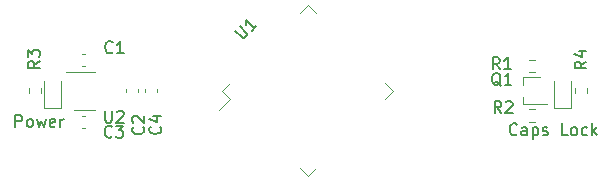
<source format=gbr>
%TF.GenerationSoftware,KiCad,Pcbnew,(5.1.6)-1*%
%TF.CreationDate,2021-05-26T00:29:25+02:00*%
%TF.ProjectId,STMega32,53544d65-6761-4333-922e-6b696361645f,rev?*%
%TF.SameCoordinates,Original*%
%TF.FileFunction,Legend,Top*%
%TF.FilePolarity,Positive*%
%FSLAX46Y46*%
G04 Gerber Fmt 4.6, Leading zero omitted, Abs format (unit mm)*
G04 Created by KiCad (PCBNEW (5.1.6)-1) date 2021-05-26 00:29:25*
%MOMM*%
%LPD*%
G01*
G04 APERTURE LIST*
%ADD10C,0.120000*%
%ADD11C,0.150000*%
G04 APERTURE END LIST*
D10*
%TO.C,C1*%
X130859420Y-97885000D02*
X131140580Y-97885000D01*
X130859420Y-96865000D02*
X131140580Y-96865000D01*
%TO.C,C2*%
X135660000Y-99859420D02*
X135660000Y-100140580D01*
X134640000Y-99859420D02*
X134640000Y-100140580D01*
%TO.C,C3*%
X131140580Y-102115000D02*
X130859420Y-102115000D01*
X131140580Y-103135000D02*
X130859420Y-103135000D01*
%TO.C,C4*%
X137235000Y-99859420D02*
X137235000Y-100140580D01*
X136215000Y-99859420D02*
X136215000Y-100140580D01*
%TO.C,Q1*%
X169680000Y-98840000D02*
X168270000Y-98840000D01*
X168270000Y-101160000D02*
X170300000Y-101160000D01*
X168270000Y-101160000D02*
X168270000Y-100500000D01*
X168270000Y-99500000D02*
X168270000Y-98840000D01*
%TO.C,R1*%
X169237258Y-98422500D02*
X168762742Y-98422500D01*
X169237258Y-97377500D02*
X168762742Y-97377500D01*
%TO.C,R2*%
X169237258Y-101577500D02*
X168762742Y-101577500D01*
X169237258Y-102622500D02*
X168762742Y-102622500D01*
%TO.C,U2*%
X132000000Y-98390000D02*
X129550000Y-98390000D01*
X130200000Y-101610000D02*
X132000000Y-101610000D01*
%TO.C,Power*%
X129135000Y-101485000D02*
X129135000Y-99200000D01*
X127665000Y-101485000D02*
X129135000Y-101485000D01*
X127665000Y-99200000D02*
X127665000Y-101485000D01*
%TO.C,Caps Lock*%
X170840000Y-99200000D02*
X170840000Y-101485000D01*
X170840000Y-101485000D02*
X172310000Y-101485000D01*
X172310000Y-101485000D02*
X172310000Y-99200000D01*
%TO.C,R3*%
X126377500Y-99762742D02*
X126377500Y-100237258D01*
X127422500Y-99762742D02*
X127422500Y-100237258D01*
%TO.C,R4*%
X173647500Y-99762742D02*
X173647500Y-100237258D01*
X172602500Y-99762742D02*
X172602500Y-100237258D01*
%TO.C,U1*%
X143445120Y-100671751D02*
X142497597Y-101619275D01*
X142773369Y-100000000D02*
X143445120Y-100671751D01*
X143445120Y-99328249D02*
X142773369Y-100000000D01*
X150000000Y-92773369D02*
X150671751Y-93445120D01*
X149328249Y-93445120D02*
X150000000Y-92773369D01*
X150000000Y-107226631D02*
X149328249Y-106554880D01*
X150671751Y-106554880D02*
X150000000Y-107226631D01*
X157226631Y-100000000D02*
X156554880Y-99328249D01*
X156554880Y-100671751D02*
X157226631Y-100000000D01*
%TO.C,C1*%
D11*
X133483333Y-96732142D02*
X133435714Y-96779761D01*
X133292857Y-96827380D01*
X133197619Y-96827380D01*
X133054761Y-96779761D01*
X132959523Y-96684523D01*
X132911904Y-96589285D01*
X132864285Y-96398809D01*
X132864285Y-96255952D01*
X132911904Y-96065476D01*
X132959523Y-95970238D01*
X133054761Y-95875000D01*
X133197619Y-95827380D01*
X133292857Y-95827380D01*
X133435714Y-95875000D01*
X133483333Y-95922619D01*
X134435714Y-96827380D02*
X133864285Y-96827380D01*
X134150000Y-96827380D02*
X134150000Y-95827380D01*
X134054761Y-95970238D01*
X133959523Y-96065476D01*
X133864285Y-96113095D01*
%TO.C,C2*%
X136057142Y-103091666D02*
X136104761Y-103139285D01*
X136152380Y-103282142D01*
X136152380Y-103377380D01*
X136104761Y-103520238D01*
X136009523Y-103615476D01*
X135914285Y-103663095D01*
X135723809Y-103710714D01*
X135580952Y-103710714D01*
X135390476Y-103663095D01*
X135295238Y-103615476D01*
X135200000Y-103520238D01*
X135152380Y-103377380D01*
X135152380Y-103282142D01*
X135200000Y-103139285D01*
X135247619Y-103091666D01*
X135247619Y-102710714D02*
X135200000Y-102663095D01*
X135152380Y-102567857D01*
X135152380Y-102329761D01*
X135200000Y-102234523D01*
X135247619Y-102186904D01*
X135342857Y-102139285D01*
X135438095Y-102139285D01*
X135580952Y-102186904D01*
X136152380Y-102758333D01*
X136152380Y-102139285D01*
%TO.C,C3*%
X133433333Y-103882142D02*
X133385714Y-103929761D01*
X133242857Y-103977380D01*
X133147619Y-103977380D01*
X133004761Y-103929761D01*
X132909523Y-103834523D01*
X132861904Y-103739285D01*
X132814285Y-103548809D01*
X132814285Y-103405952D01*
X132861904Y-103215476D01*
X132909523Y-103120238D01*
X133004761Y-103025000D01*
X133147619Y-102977380D01*
X133242857Y-102977380D01*
X133385714Y-103025000D01*
X133433333Y-103072619D01*
X133766666Y-102977380D02*
X134385714Y-102977380D01*
X134052380Y-103358333D01*
X134195238Y-103358333D01*
X134290476Y-103405952D01*
X134338095Y-103453571D01*
X134385714Y-103548809D01*
X134385714Y-103786904D01*
X134338095Y-103882142D01*
X134290476Y-103929761D01*
X134195238Y-103977380D01*
X133909523Y-103977380D01*
X133814285Y-103929761D01*
X133766666Y-103882142D01*
%TO.C,C4*%
X137507142Y-103041666D02*
X137554761Y-103089285D01*
X137602380Y-103232142D01*
X137602380Y-103327380D01*
X137554761Y-103470238D01*
X137459523Y-103565476D01*
X137364285Y-103613095D01*
X137173809Y-103660714D01*
X137030952Y-103660714D01*
X136840476Y-103613095D01*
X136745238Y-103565476D01*
X136650000Y-103470238D01*
X136602380Y-103327380D01*
X136602380Y-103232142D01*
X136650000Y-103089285D01*
X136697619Y-103041666D01*
X136935714Y-102184523D02*
X137602380Y-102184523D01*
X136554761Y-102422619D02*
X137269047Y-102660714D01*
X137269047Y-102041666D01*
%TO.C,Q1*%
X166354761Y-99597619D02*
X166259523Y-99550000D01*
X166164285Y-99454761D01*
X166021428Y-99311904D01*
X165926190Y-99264285D01*
X165830952Y-99264285D01*
X165878571Y-99502380D02*
X165783333Y-99454761D01*
X165688095Y-99359523D01*
X165640476Y-99169047D01*
X165640476Y-98835714D01*
X165688095Y-98645238D01*
X165783333Y-98550000D01*
X165878571Y-98502380D01*
X166069047Y-98502380D01*
X166164285Y-98550000D01*
X166259523Y-98645238D01*
X166307142Y-98835714D01*
X166307142Y-99169047D01*
X166259523Y-99359523D01*
X166164285Y-99454761D01*
X166069047Y-99502380D01*
X165878571Y-99502380D01*
X167259523Y-99502380D02*
X166688095Y-99502380D01*
X166973809Y-99502380D02*
X166973809Y-98502380D01*
X166878571Y-98645238D01*
X166783333Y-98740476D01*
X166688095Y-98788095D01*
%TO.C,R1*%
X166263333Y-98192380D02*
X165930000Y-97716190D01*
X165691904Y-98192380D02*
X165691904Y-97192380D01*
X166072857Y-97192380D01*
X166168095Y-97240000D01*
X166215714Y-97287619D01*
X166263333Y-97382857D01*
X166263333Y-97525714D01*
X166215714Y-97620952D01*
X166168095Y-97668571D01*
X166072857Y-97716190D01*
X165691904Y-97716190D01*
X167215714Y-98192380D02*
X166644285Y-98192380D01*
X166930000Y-98192380D02*
X166930000Y-97192380D01*
X166834761Y-97335238D01*
X166739523Y-97430476D01*
X166644285Y-97478095D01*
%TO.C,R2*%
X166393333Y-101902380D02*
X166060000Y-101426190D01*
X165821904Y-101902380D02*
X165821904Y-100902380D01*
X166202857Y-100902380D01*
X166298095Y-100950000D01*
X166345714Y-100997619D01*
X166393333Y-101092857D01*
X166393333Y-101235714D01*
X166345714Y-101330952D01*
X166298095Y-101378571D01*
X166202857Y-101426190D01*
X165821904Y-101426190D01*
X166774285Y-100997619D02*
X166821904Y-100950000D01*
X166917142Y-100902380D01*
X167155238Y-100902380D01*
X167250476Y-100950000D01*
X167298095Y-100997619D01*
X167345714Y-101092857D01*
X167345714Y-101188095D01*
X167298095Y-101330952D01*
X166726666Y-101902380D01*
X167345714Y-101902380D01*
%TO.C,U2*%
X132863095Y-101702380D02*
X132863095Y-102511904D01*
X132910714Y-102607142D01*
X132958333Y-102654761D01*
X133053571Y-102702380D01*
X133244047Y-102702380D01*
X133339285Y-102654761D01*
X133386904Y-102607142D01*
X133434523Y-102511904D01*
X133434523Y-101702380D01*
X133863095Y-101797619D02*
X133910714Y-101750000D01*
X134005952Y-101702380D01*
X134244047Y-101702380D01*
X134339285Y-101750000D01*
X134386904Y-101797619D01*
X134434523Y-101892857D01*
X134434523Y-101988095D01*
X134386904Y-102130952D01*
X133815476Y-102702380D01*
X134434523Y-102702380D01*
%TO.C,Power*%
X125263809Y-103072380D02*
X125263809Y-102072380D01*
X125644761Y-102072380D01*
X125740000Y-102120000D01*
X125787619Y-102167619D01*
X125835238Y-102262857D01*
X125835238Y-102405714D01*
X125787619Y-102500952D01*
X125740000Y-102548571D01*
X125644761Y-102596190D01*
X125263809Y-102596190D01*
X126406666Y-103072380D02*
X126311428Y-103024761D01*
X126263809Y-102977142D01*
X126216190Y-102881904D01*
X126216190Y-102596190D01*
X126263809Y-102500952D01*
X126311428Y-102453333D01*
X126406666Y-102405714D01*
X126549523Y-102405714D01*
X126644761Y-102453333D01*
X126692380Y-102500952D01*
X126740000Y-102596190D01*
X126740000Y-102881904D01*
X126692380Y-102977142D01*
X126644761Y-103024761D01*
X126549523Y-103072380D01*
X126406666Y-103072380D01*
X127073333Y-102405714D02*
X127263809Y-103072380D01*
X127454285Y-102596190D01*
X127644761Y-103072380D01*
X127835238Y-102405714D01*
X128597142Y-103024761D02*
X128501904Y-103072380D01*
X128311428Y-103072380D01*
X128216190Y-103024761D01*
X128168571Y-102929523D01*
X128168571Y-102548571D01*
X128216190Y-102453333D01*
X128311428Y-102405714D01*
X128501904Y-102405714D01*
X128597142Y-102453333D01*
X128644761Y-102548571D01*
X128644761Y-102643809D01*
X128168571Y-102739047D01*
X129073333Y-103072380D02*
X129073333Y-102405714D01*
X129073333Y-102596190D02*
X129120952Y-102500952D01*
X129168571Y-102453333D01*
X129263809Y-102405714D01*
X129359047Y-102405714D01*
%TO.C,Caps Lock*%
X167718571Y-103687142D02*
X167670952Y-103734761D01*
X167528095Y-103782380D01*
X167432857Y-103782380D01*
X167290000Y-103734761D01*
X167194761Y-103639523D01*
X167147142Y-103544285D01*
X167099523Y-103353809D01*
X167099523Y-103210952D01*
X167147142Y-103020476D01*
X167194761Y-102925238D01*
X167290000Y-102830000D01*
X167432857Y-102782380D01*
X167528095Y-102782380D01*
X167670952Y-102830000D01*
X167718571Y-102877619D01*
X168575714Y-103782380D02*
X168575714Y-103258571D01*
X168528095Y-103163333D01*
X168432857Y-103115714D01*
X168242380Y-103115714D01*
X168147142Y-103163333D01*
X168575714Y-103734761D02*
X168480476Y-103782380D01*
X168242380Y-103782380D01*
X168147142Y-103734761D01*
X168099523Y-103639523D01*
X168099523Y-103544285D01*
X168147142Y-103449047D01*
X168242380Y-103401428D01*
X168480476Y-103401428D01*
X168575714Y-103353809D01*
X169051904Y-103115714D02*
X169051904Y-104115714D01*
X169051904Y-103163333D02*
X169147142Y-103115714D01*
X169337619Y-103115714D01*
X169432857Y-103163333D01*
X169480476Y-103210952D01*
X169528095Y-103306190D01*
X169528095Y-103591904D01*
X169480476Y-103687142D01*
X169432857Y-103734761D01*
X169337619Y-103782380D01*
X169147142Y-103782380D01*
X169051904Y-103734761D01*
X169909047Y-103734761D02*
X170004285Y-103782380D01*
X170194761Y-103782380D01*
X170290000Y-103734761D01*
X170337619Y-103639523D01*
X170337619Y-103591904D01*
X170290000Y-103496666D01*
X170194761Y-103449047D01*
X170051904Y-103449047D01*
X169956666Y-103401428D01*
X169909047Y-103306190D01*
X169909047Y-103258571D01*
X169956666Y-103163333D01*
X170051904Y-103115714D01*
X170194761Y-103115714D01*
X170290000Y-103163333D01*
X172004285Y-103782380D02*
X171528095Y-103782380D01*
X171528095Y-102782380D01*
X172480476Y-103782380D02*
X172385238Y-103734761D01*
X172337619Y-103687142D01*
X172290000Y-103591904D01*
X172290000Y-103306190D01*
X172337619Y-103210952D01*
X172385238Y-103163333D01*
X172480476Y-103115714D01*
X172623333Y-103115714D01*
X172718571Y-103163333D01*
X172766190Y-103210952D01*
X172813809Y-103306190D01*
X172813809Y-103591904D01*
X172766190Y-103687142D01*
X172718571Y-103734761D01*
X172623333Y-103782380D01*
X172480476Y-103782380D01*
X173670952Y-103734761D02*
X173575714Y-103782380D01*
X173385238Y-103782380D01*
X173290000Y-103734761D01*
X173242380Y-103687142D01*
X173194761Y-103591904D01*
X173194761Y-103306190D01*
X173242380Y-103210952D01*
X173290000Y-103163333D01*
X173385238Y-103115714D01*
X173575714Y-103115714D01*
X173670952Y-103163333D01*
X174099523Y-103782380D02*
X174099523Y-102782380D01*
X174194761Y-103401428D02*
X174480476Y-103782380D01*
X174480476Y-103115714D02*
X174099523Y-103496666D01*
%TO.C,R3*%
X127312380Y-97496666D02*
X126836190Y-97830000D01*
X127312380Y-98068095D02*
X126312380Y-98068095D01*
X126312380Y-97687142D01*
X126360000Y-97591904D01*
X126407619Y-97544285D01*
X126502857Y-97496666D01*
X126645714Y-97496666D01*
X126740952Y-97544285D01*
X126788571Y-97591904D01*
X126836190Y-97687142D01*
X126836190Y-98068095D01*
X126312380Y-97163333D02*
X126312380Y-96544285D01*
X126693333Y-96877619D01*
X126693333Y-96734761D01*
X126740952Y-96639523D01*
X126788571Y-96591904D01*
X126883809Y-96544285D01*
X127121904Y-96544285D01*
X127217142Y-96591904D01*
X127264761Y-96639523D01*
X127312380Y-96734761D01*
X127312380Y-97020476D01*
X127264761Y-97115714D01*
X127217142Y-97163333D01*
%TO.C,R4*%
X173602380Y-97536666D02*
X173126190Y-97870000D01*
X173602380Y-98108095D02*
X172602380Y-98108095D01*
X172602380Y-97727142D01*
X172650000Y-97631904D01*
X172697619Y-97584285D01*
X172792857Y-97536666D01*
X172935714Y-97536666D01*
X173030952Y-97584285D01*
X173078571Y-97631904D01*
X173126190Y-97727142D01*
X173126190Y-98108095D01*
X172935714Y-96679523D02*
X173602380Y-96679523D01*
X172554761Y-96917619D02*
X173269047Y-97155714D01*
X173269047Y-96536666D01*
%TO.C,U1*%
X143841436Y-94918932D02*
X144413856Y-95491352D01*
X144514871Y-95525024D01*
X144582215Y-95525024D01*
X144683230Y-95491352D01*
X144817917Y-95356665D01*
X144851589Y-95255650D01*
X144851589Y-95188306D01*
X144817917Y-95087291D01*
X144245497Y-94514871D01*
X145659711Y-94514871D02*
X145255650Y-94918932D01*
X145457680Y-94716902D02*
X144750574Y-94009795D01*
X144784245Y-94178154D01*
X144784245Y-94312841D01*
X144750574Y-94413856D01*
%TD*%
M02*

</source>
